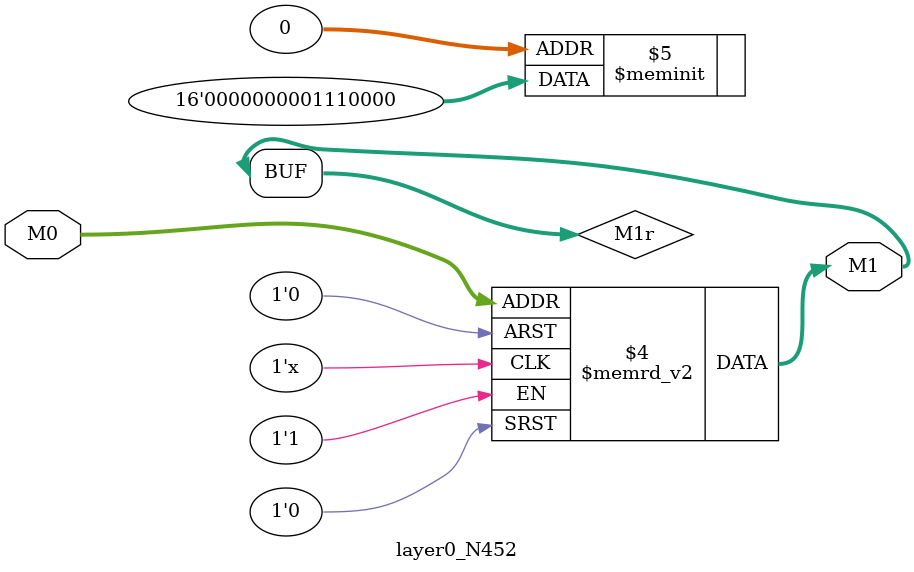
<source format=v>
module layer0_N452 ( input [2:0] M0, output [1:0] M1 );

	(*rom_style = "distributed" *) reg [1:0] M1r;
	assign M1 = M1r;
	always @ (M0) begin
		case (M0)
			3'b000: M1r = 2'b00;
			3'b100: M1r = 2'b00;
			3'b010: M1r = 2'b11;
			3'b110: M1r = 2'b00;
			3'b001: M1r = 2'b00;
			3'b101: M1r = 2'b00;
			3'b011: M1r = 2'b01;
			3'b111: M1r = 2'b00;

		endcase
	end
endmodule

</source>
